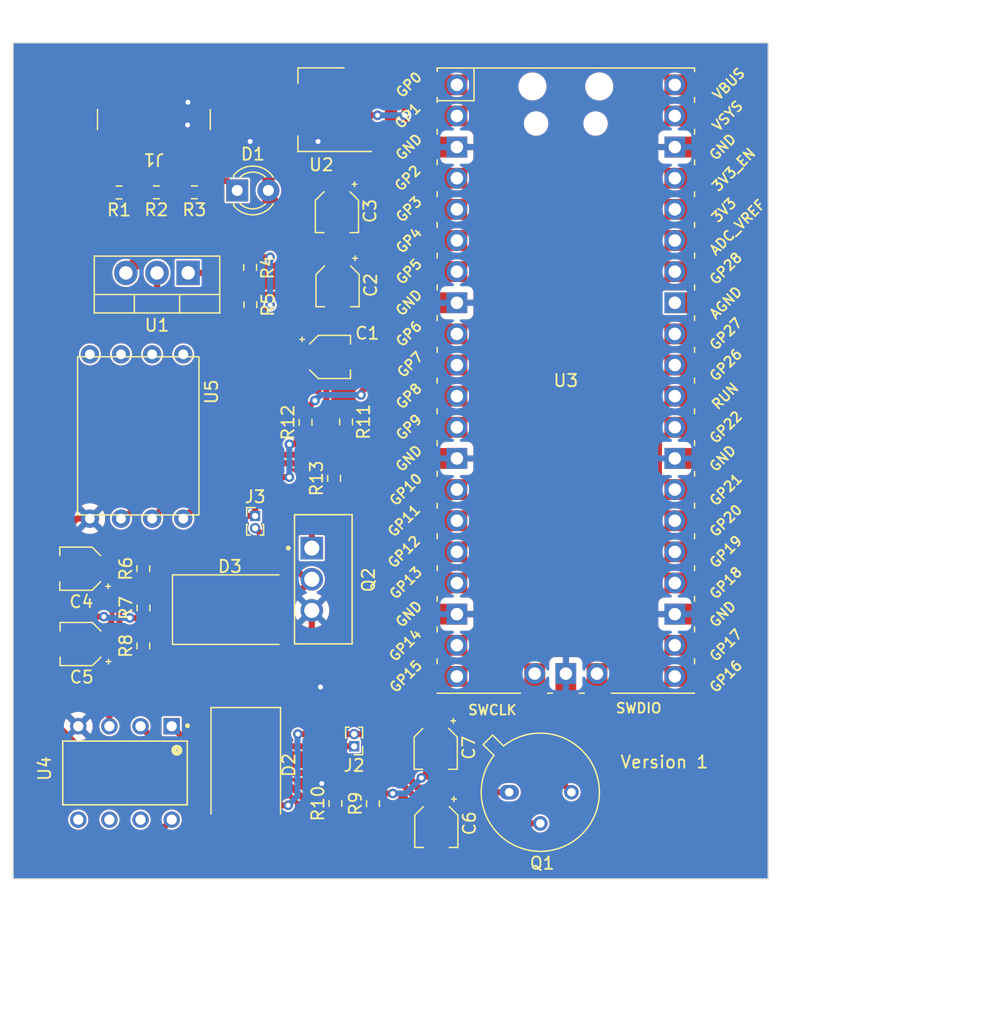
<source format=kicad_pcb>
(kicad_pcb (version 20221018) (generator pcbnew)
  (layers (0 "F.Cu" signal) (31 "B.Cu" signal) (34 "B.Paste" user) (35 "F.Paste" user) (36 "B.SilkS" user "B.Silkscreen") (37 "F.SilkS" user "F.Silkscreen") (38 "B.Mask" user) (39 "F.Mask" user) (44 "Edge.Cuts" user))
  (net 0 "")
  (net 1 "Net-(U1-ADJ)")
  (net 2 "+3V3")
  (net 3 "+5V")
  (net 4 "GND")
  (net 5 "VDD")
  (net 6 "Net-(U4A-+)")
  (net 7 "Net-(Q1-B)")
  (net 8 "Net-(U4A--)")
  (net 15 "/SDA")
  (net 16 "/SCL")
  (net 18 "/Valve")
  (net 33 "/Pump")
  (net 44 "Net-(Q1-E)")
  (net 45 "Net-(D1-K)")
  (net 46 "Net-(D3-A)")
  (net 47 "Net-(J1-CC1)")
  (net 48 "Net-(J1-CC2)")
  (net 49 "Net-(D2-A)")
  (net 50 "Net-(Q2-G)")
  (net 52 "Net-(C4-Pad1)")
  (net 53 "Net-(C4-Pad2)")
  (footprint "Connector_PinHeader_1.00mm:PinHeader_1x02_P1.00mm_Vertical" (layer "F.Cu") (at 166.744422 113.392445)
    (fp_text reference "J3")
    (fp_text value "Pumpe")
  )
  (footprint "Diode_SMD:D_3220_8050Metric" (layer "F.Cu") (at 164.687222 121.035045)
    (fp_text reference "D3")
    (fp_text value "1N4001")
  )
  (footprint "Capacitor_SMD:CP_Elec_3x5.3" (layer "F.Cu") (at 172.762822 100.422445)
    (fp_text reference "C1")
    (fp_text value "C_Polarized")
  )
  (footprint "Capacitor_SMD:CP_Elec_3x5.3" (layer "F.Cu") (at 173.470022 94.564845 -90)
    (fp_text reference "C2")
    (fp_text value "10u")
  )
  (footprint "IRLZ44N:TO254P1054X469X1930-3" (layer "F.Cu") (at 172.307222 118.558045 -90)
    (fp_text reference "Q2")
    (fp_text value "IRLIZ44N")
  )
  (footprint "NJM4560D:DIP762W46P254L880H425Q8" (layer "F.Cu") (at 156.127222 134.356845 -90)
    (fp_text reference "U4")
    (fp_text value "NJM4560")
  )
  (footprint "Resistor_SMD:R_0603_1608Metric" (layer "F.Cu") (at 155.639222 87.006645 180)
    (fp_text reference "R1")
    (fp_text value "5.1k")
  )
  (footprint "Capacitor_SMD:CP_Elec_3x5.3" (layer "F.Cu") (at 181.527222 138.674845 -90)
    (fp_text reference "C6")
    (fp_text value "100n" hide)
  )
  (footprint "Resistor_SMD:R_0603_1608Metric" (layer "F.Cu") (at 173.297622 136.846045 90)
    (fp_text reference "R10")
    (fp_text value "10")
  )
  (footprint "Capacitor_SMD:CP_Elec_3x5.3" (layer "F.Cu") (at 173.419222 88.519645 -90)
    (fp_text reference "C3")
    (fp_text value "10u")
  )
  (footprint "Resistor_SMD:R_0603_1608Metric" (layer "F.Cu") (at 176.357822 136.858945 90)
    (fp_text reference "R9")
    (fp_text value "100k" hide)
  )
  (footprint "Resistor_SMD:R_0603_1608Metric" (layer "F.Cu") (at 161.786022 86.994445 180)
    (fp_text reference "R3")
    (fp_text value "2.5k")
  )
  (footprint "Resistor_SMD:R_0603_1608Metric" (layer "F.Cu") (at 173.183822 110.328445 90)
    (fp_text reference "R13")
    (fp_text value "1.2k")
  )
  (footprint "Resistor_SMD:R_0603_1608Metric" (layer "F.Cu") (at 170.859222 105.768645 90)
    (fp_text reference "R12")
    (fp_text value "4.7k")
  )
  (footprint "Capacitor_SMD:CP_Elec_3x5.3" (layer "F.Cu") (at 152.595222 123.841245 180)
    (fp_text reference "C5")
    (fp_text value "100n")
  )
  (footprint "Resistor_SMD:R_0603_1608Metric" (layer "F.Cu") (at 157.636622 120.894845 90)
    (fp_text reference "R7")
    (fp_text value "33k")
  )
  (footprint "Package_TO_SOT_SMD:SOT-223" (layer "F.Cu") (at 172.146022 80.250445 180)
    (fp_text reference "U2")
    (fp_text value "NCP1117-3.3_SOT223")
  )
  (footprint "MCU_RaspberryPi_and_Boards:RPi_Pico_SMD_TH" (layer "F.Cu") (at 192.093622 102.352845)
    (fp_text reference "U3")
    (fp_text value "Pico")
  )
  (footprint "Resistor_SMD:R_0603_1608Metric" (layer "F.Cu") (at 157.624422 123.993645 90)
    (fp_text reference "R8")
    (fp_text value "100k")
  )
  (footprint "Resistor_SMD:R_0603_1608Metric" (layer "F.Cu") (at 158.687222 86.994445 180)
    (fp_text reference "R2")
    (fp_text value "5.1k")
  )
  (footprint "Package_TO_SOT_THT:TO-220-3_Vertical" (layer "F.Cu") (at 161.278022 93.566245 180)
    (fp_text reference "U1")
    (fp_text value "LM317_TO-220")
  )
  (footprint "Resistor_SMD:R_0603_1608Metric" (layer "F.Cu") (at 166.338022 93.119445 -90)
    (fp_text reference "R4")
    (fp_text value "820")
  )
  (footprint "Package_TO_SOT_THT:TO-39-3" (layer "F.Cu") (at 187.470822 135.931645)
    (fp_text reference "Q1")
    (fp_text value "2N2219")
  )
  (footprint "Resistor_SMD:R_0603_1608Metric" (layer "F.Cu") (at 157.624422 117.694445 90)
    (fp_text reference "R6")
    (fp_text value "100k")
  )
  (footprint "Capacitor_SMD:CP_Elec_3x5.3" (layer "F.Cu") (at 152.568422 117.694445 180)
    (fp_text reference "C4")
    (fp_text value "1u")
  )
  (footprint "Capacitor_SMD:CP_Elec_3x5.3" (layer "F.Cu") (at 181.476422 132.298045 -90)
    (fp_text reference "C7")
    (fp_text value "100n")
  )
  (footprint "Resistor_SMD:R_0603_1608Metric" (layer "F.Cu") (at 174.161222 105.717845 -90)
    (fp_text reference "R11")
    (fp_text value "4.7k")
  )
  (footprint "Connector_USB:USB_C_Receptacle_GCT_USB4135-GF-A_6P_TopMnt_Horizontal" (layer "F.Cu") (at 158.484022 79.831645 180)
    (fp_text reference "J1")
    (fp_text value "USB_C_Receptacle_PowerOnly_6P")
  )
  (footprint "Connector_PinHeader_1.00mm:PinHeader_1x02_P1.00mm_Vertical" (layer "F.Cu") (at 174.821622 132.185345 180)
    (fp_text reference "J2")
    (fp_text value "Valve")
  )
  (footprint "Resistor_SMD:R_0603_1608Metric" (layer "F.Cu") (at 166.358022 96.162645 -90)
    (fp_text reference "R5")
    (fp_text value "510")
  )
  (footprint "LED_THT:LED_D3.0mm_FlatTop" (layer "F.Cu") (at 165.286222 86.840445)
    (fp_text reference "D1")
    (fp_text value "LED")
  )
  (footprint "MedVet_FP:AMS_6915_FP" (layer "F.Cu") (at 155.162022 109.210845 90)
    (fp_text reference "U5")
    (fp_text value "AMS6915")
  )
  (footprint "Diode_SMD:D_3220_8050Metric" (layer "F.Cu") (at 165.982422 133.709345 -90)
    (fp_text reference "D2")
    (fp_text value "1N4001")
  )
  (gr_rect (start 147 74.8) (end 208.6 143) (stroke (width 0.1)) (fill none) (layer "Edge.Cuts"))
  (gr_text "Version 1" (at 196.462422 134.052045) (layer "F.SilkS") (effects (font (size 1 1)) (justify left bottom)))
  (segment (start 164.204422 93.564445) (end 165.068022 93.564445) (width 0.5) (layer "F.Cu") (net 1))
  (segment (start 164.202622 93.566245) (end 164.204422 93.564445) (width 0.5) (layer "F.Cu") (net 1))
  (segment (start 161.278022 93.566245) (end 164.202622 93.566245) (width 0.5) (layer "F.Cu") (net 1))
  (segment (start 167.963622 96.187145) (end 167.163122 96.987645) (width 0.5) (layer "F.Cu") (net 1))
  (segment (start 165.068022 93.564445) (end 166.338022 92.294445) (width 0.5) (layer "F.Cu") (net 1))
  (segment (start 166.338022 92.294445) (end 167.963622 92.294445) (width 0.5) (layer "F.Cu") (net 1))
  (segment (start 167.163122 96.987645) (end 166.358022 96.987645) (width 0.5) (layer "F.Cu") (net 1))
  (via (at 167.963622 92.294445) (size 0.8) (drill 0.4) (layers "F.Cu" "B.Cu") (net 1))
  (via (at 167.963622 96.187145) (size 0.8) (drill 0.4) (layers "F.Cu" "B.Cu") (net 1))
  (segment (start 167.963622 96.187145) (end 167.963622 92.294445) (width 0.5) (layer "B.Cu") (net 1))
  (segment (start 169.423922 132.185345) (end 161.499722 124.261145) (width 0.5) (layer "F.Cu") (net 2))
  (segment (start 165.819422 113.392445) (end 161.499722 117.712145) (width 0.5) (layer "F.Cu") (net 2))
  (segment (start 169.538422 110.226845) (end 167.201622 110.226845) (width 0.5) (layer "F.Cu") (net 2))
  (segment (start 168.974822 95.337645) (end 171.262822 97.625645) (width 0.5) (layer "F.Cu") (net 2))
  (segment (start 166.744422 113.392445) (end 165.819422 113.392445) (width 0.5) (layer "F.Cu") (net 2))
  (segment (start 171.784222 105.668645) (end 170.859222 106.593645) (width 0.5) (layer "F.Cu") (net 2))
  (segment (start 172.560022 104.892845) (end 171.784222 105.668645) (width 0.5) (layer "F.Cu") (net 2))
  (segment (start 174.821622 132.185345) (end 169.423922 132.185345) (width 0.5) (layer "F.Cu") (net 2))
  (segment (start 159.104422 95.337645) (end 166.358022 95.337645) (width 0.5) (layer "F.Cu") (net 2))
  (segment (start 169.904322 107.548545) (end 170.859222 106.593645) (width 0.5) (layer "F.Cu") (net 2))
  (segment (start 156.045222 113.610845) (end 169.233622 100.422445) (width 0.5) (layer "F.Cu") (net 2))
  (segment (start 161.499722 117.712145) (end 161.499722 121.035045) (width 0.5) (layer "F.Cu") (net 2))
  (segment (start 174.161222 104.892845) (end 172.560022 104.892845) (width 0.5) (layer "F.Cu") (net 2))
  (segment (start 171.262822 100.422445) (end 172.560022 101.719645) (width 0.5) (layer "F.Cu") (net 2))
  (segment (start 169.233622 100.422445) (end 171.262822 100.422445) (width 0.5) (layer "F.Cu") (net 2))
  (segment (start 155.802022 113.610845) (end 156.045222 113.610845) (width 0.5) (layer "F.Cu") (net 2))
  (segment (start 167.201622 110.226845) (end 166.744422 110.684045) (width 0.5) (layer "F.Cu") (net 2))
  (segment (start 161.499722 124.261145) (end 161.499722 121.035045) (width 0.5) (layer "F.Cu") (net 2))
  (segment (start 158.738022 93.566245) (end 158.738022 94.971245) (width 0.5) (layer "F.Cu") (net 2))
  (segment (start 166.744422 110.684045) (end 166.744422 113.392445) (width 0.5) (layer "F.Cu") (net 2))
  (segment (start 169.538422 107.548545) (end 169.904322 107.548545) (width 0.5) (layer "F.Cu") (net 2))
  (segment (start 171.262822 97.625645) (end 171.262822 100.422445) (width 0.5) (layer "F.Cu") (net 2))
  (segment (start 158.738022 94.971245) (end 159.104422 95.337645) (width 0.5) (layer "F.Cu") (net 2))
  (segment (start 166.358022 95.337645) (end 168.974822 95.337645) (width 0.5) (layer "F.Cu") (net 2))
  (segment (start 172.560022 101.719645) (end 172.560022 104.892845) (width 0.5) (layer "F.Cu") (net 2))
  (via (at 169.538422 107.548545) (size 0.8) (drill 0.4) (layers "F.Cu" "B.Cu") (net 2))
  (via (at 169.538422 110.226845) (size 0.8) (drill 0.4) (layers "F.Cu" "B.Cu") (net 2))
  (segment (start 169.538422 110.226845) (end 169.538422 107.548545) (width 0.5) (layer "B.Cu") (net 2))
  (segment (start 167.826222 86.840445) (end 167.826222 85.567653) (width 1) (layer "F.Cu") (net 3))
  (segment (start 167.826222 86.840445) (end 167.826222 88.113237) (width 1) (layer "F.Cu") (net 3))
  (segment (start 160.034022 83.704445) (end 160.034022 82.071859) (width 1) (layer "F.Cu") (net 3))
  (segment (start 157.441736 81.564145) (end 156.934022 82.071859) (width 1) (layer "F.Cu") (net 3))
  (segment (start 176.886022 77.950445) (end 175.296022 77.950445) (width 1) (layer "F.Cu") (net 3))
  (segment (start 159.526308 81.564145) (end 157.441736 81.564145) (width 1) (layer "F.Cu") (net 3))
  (segment (start 157.898022 91.866245) (end 156.198022 93.566245) (width 1) (layer "F.Cu") (net 3))
  (segment (start 160.513722 84.184145) (end 160.034022 83.704445) (width 1) (layer "F.Cu") (net 3))
  (segment (start 177.836422 78.900845) (end 176.886022 77.950445) (width 1) (layer "F.Cu") (net 3))
  (segment (start 164.073214 91.866245) (end 157.898022 91.866245) (width 1) (layer "F.Cu") (net 3))
  (segment (start 167.826222 87.421045) (end 173.470022 93.064845) (width 1) (layer "F.Cu") (net 3))
  (segment (start 166.442714 84.184145) (end 176.812322 84.184145) (width 1) (layer "F.Cu") (net 3))
  (segment (start 167.826222 86.840445) (end 167.826222 87.421045) (width 1) (layer "F.Cu") (net 3))
  (segment (start 166.442714 84.184145) (end 160.513722 84.184145) (width 1) (layer "F.Cu") (net 3))
  (segment (start 176.812322 84.184145) (end 177.836422 83.160045) (width 1) (layer "F.Cu") (net 3))
  (segment (start 177.836422 83.160045) (end 177.836422 78.900845) (width 1) (layer "F.Cu") (net 3))
  (segment (start 167.826222 88.113237) (end 164.073214 91.866245) (width 1) (layer "F.Cu") (net 3))
  (segment (start 160.034022 82.071859) (end 159.526308 81.564145) (width 1) (layer "F.Cu") (net 3))
  (segment (start 167.826222 85.567653) (end 166.442714 84.184145) (width 1) (layer "F.Cu") (net 3))
  (segment (start 161.234022 82.864145) (end 161.234022 81.500845) (width 0.5) (layer "F.Cu") (net 4))
  (segment (start 155.734022 84.565978) (end 155.7 84.6) (width 0.5) (layer "F.Cu") (net 4))
  (segment (start 161.207222 81.474045) (end 161.234022 81.500845) (width 0.5) (layer "F.Cu") (net 4))
  (segment (start 153.262022 113.610845) (end 152.201362 113.610845) (width 0.5) (layer "F.Cu") (net 4))
  (segment (start 172.180022 136.553445) (end 173.297622 137.671045) (width 0.5) (layer "F.Cu") (net 4))
  (segment (start 183.203622 121.402845) (end 181.679622 121.402845) (width 0.5) (layer "F.Cu") (net 4))
  (segment (start 175.000822 82.845645) (end 175.296022 82.550445) (width 0.5) (layer "F.Cu") (net 4))
  (segment (start 149.472422 116.339785) (end 149.472422 127.702045) (width 0.5) (layer "F.Cu") (net 4))
  (segment (start 171.367222 126.635245) (end 172.078422 127.346445) (width 0.5) (layer "F.Cu") (net 4))
  (segment (start 200.983622 108.702845) (end 205.352422 108.702845) (width 0.5) (layer "F.Cu") (net 4))
  (segment (start 163.192922 79.645245) (end 163.609022 79.229145) (width 0.5) (layer "F.Cu") (net 4))
  (segment (start 149.472422 127.702045) (end 152.317222 130.546845) (width 0.5) (layer "F.Cu") (net 4))
  (segment (start 183.203622 121.402845) (end 185.794422 121.402845) (width 0.5) (layer "F.Cu") (net 4))
  (segment (start 166.301522 82.809145) (end 166.338022 82.845645) (width 0.5) (layer "F.Cu") (net 4))
  (segment (start 163.609022 82.809145) (end 166.301522 82.809145) (width 0.5) (layer "F.Cu") (net 4))
  (segment (start 171.367222 121.098045) (end 171.367222 126.635245) (width 0.5) (layer "F.Cu") (net 4))
  (segment (start 155.734022 82.864145) (end 155.734022 84.565978) (width 0.5) (layer "F.Cu") (net 4))
  (segment (start 166.338022 93.944445) (end 167.837622 93.944445) (width 0.5) (layer "F.Cu") (net 4))
  (segment (start 172.180022 135.220445) (end 172.180022 136.553445) (width 0.5) (layer "F.Cu") (net 4))
  (segment (start 171.875222 82.845645) (end 175.000822 82.845645) (width 0.5) (layer "F.Cu") (net 4))
  (segment (start 152.201362 113.610845) (end 149.472422 116.339785) (width 0.5) (layer "F.Cu") (net 4))
  (segment (start 161.258022 79.645245) (end 163.192922 79.645245) (width 0.5) (layer "F.Cu") (net 4))
  (segment (start 205.352422 108.702845) (end 205.606422 108.448845) (width 0.5) (layer "F.Cu") (net 4))
  (segment (start 167.837622 93.944445) (end 167.912822 93.869245) (width 0.5) (layer "F.Cu") (net 4))
  (segment (start 181.679622 121.402845) (end 181.628822 121.352045) (width 0.5) (layer "F.Cu") (net 4))
  (via (at 171.875222 82.845645) (size 0.8) (drill 0.4) (layers "F.Cu" "B.Cu") (net 4))
  (via (at 161.234022 81.500845) (size 0.8) (drill 0.4) (layers "F.Cu" "B.Cu") (net 4))
  (via (at 166.338022 82.845645) (size 0.8) (drill 0.4) (layers "F.Cu" "B.Cu") (net 4))
  (via (at 172.078422 127.346445) (size 0.8) (drill 0.4) (layers "F.Cu" "B.Cu") (net 4))
  (via (at 161.258022 79.645245) (size 0.8) (drill 0.4) (layers "F.Cu" "B.Cu") (net 4))
  (via (at 172.180022 135.220445) (size 0.8) (drill 0.4) (layers "F.Cu" "B.Cu") (net 4))
  (segment (start 161.234022 79.669245) (end 161.258022 79.645245) (width 0.5) (layer "B.Cu") (net 4))
  (segment (start 172.078422 135.118845) (end 172.180022 135.220445) (width 0.5) (layer "B.Cu") (net 4))
  (segment (start 161.234022 81.500845) (end 161.234022 79.669245) (width 0.5) (layer "B.Cu") (net 4))
  (segment (start 172.078422 127.346445) (end 172.078422 135.118845) (width 0.5) (layer "B.Cu") (net 4))
  (segment (start 166.338022 82.845645) (end 171.875222 82.845645) (width 0.5) (layer "B.Cu") (net 4))
  (segment (start 165.699222 80.614145) (end 168.319222 83.234145) (width 0.5) (layer "F.Cu") (net 5))
  (segment (start 156.931645 139.290845) (end 156.273222 138.632422) (width 0.5) (layer "F.Cu") (net 5))
  (segment (start 148.772422 89.650525) (end 154.884022 83.538925) (width 0.5) (layer "F.Cu") (net 5))
  (segment (start 175.757622 80.712045) (end 175.296022 80.250445) (width 0.5) (layer "F.Cu") (net 5))
  (segment (start 176.736922 80.712045) (end 175.757622 80.712045) (width 0.5) (layer "F.Cu") (net 5))
  (segment (start 154.884022 82.189365) (end 156.459242 80.614145) (width 0.5) (layer "F.Cu") (net 5))
  (segment (start 148.772422 128.631645) (end 148.772422 89.650525) (width 0.5) (layer "F.Cu") (net 5))
  (segment (start 173.846022 79.180545) (end 173.846022 76.750445) (width 0.5) (layer "F.Cu") (net 5))
  (segment (start 156.273222 136.132445) (end 148.772422 128.631645) (width 0.5) (layer "F.Cu") (net 5))
  (segment (start 168.319222 83.234145) (end 169.792422 83.234145) (width 0.5) (layer "F.Cu") (net 5))
  (segment (start 173.419222 87.019645) (end 175.320324 87.019645) (width 0.5) (layer "F.Cu") (net 5))
  (segment (start 156.459242 80.614145) (end 165.699222 80.614145) (width 0.5) (layer "F.Cu") (net 5))
  (segment (start 156.273222 138.632422) (end 156.273222 136.132445) (width 0.5) (layer "F.Cu") (net 5))
  (segment (start 159.937222 138.166845) (end 158.813222 139.290845) (width 0.5) (layer "F.Cu") (net 5))
  (segment (start 175.320324 87.019645) (end 178.936422 83.403547) (width 0.5) (layer "F.Cu") (net 5))
  (segment (start 173.846022 76.750445) (end 177.029525 76.750445) (width 0.5) (layer "F.Cu") (net 5))
  (segment (start 177.029525 76.750445) (end 178.936422 78.657342) (width 0.5) (layer "F.Cu") (net 5))
  (segment (start 158.813222 139.290845) (end 156.931645 139.290845) (width 0.5) (layer "F.Cu") (net 5))
  (segment (start 178.936422 78.657342) (end 178.936422 80.712045) (width 0.5) (layer "F.Cu") (net 5))
  (segment (start 154.884022 83.538925) (end 154.884022 82.189365) (width 0.5) (layer "F.Cu") (net 5))
  (segment (start 169.792422 83.234145) (end 173.846022 79.180545) (width 0.5) (layer "F.Cu") (net 5))
  (segment (start 178.936422 83.403547) (end 178.936422 80.712045) (width 0.5) (layer "F.Cu") (net 5))
  (via (at 178.936422 80.712045) (size 0.8) (drill 0.4) (layers "F.Cu" "B.Cu") (net 5))
  (via (at 176.736922 80.712045) (size 0.8) (drill 0.4) (layers "F.Cu" "B.Cu") (net 5))
  (segment (start 178.936422 80.712045) (end 176.736922 80.712045) (width 0.5) (layer "B.Cu") (net 5))
  (segment (start 154.857222 124.603245) (end 154.095222 123.841245) (width 0.5) (layer "F.Cu") (net 6))
  (segment (start 158.549422 124.093645) (end 157.624422 123.168645) (width 0.5) (layer "F.Cu") (net 6))
  (segment (start 158.549422 125.293425) (end 158.549422 124.093645) (width 0.5) (layer "F.Cu") (net 6))
  (segment (start 155.922622 125.668645) (end 158.174202 125.668645) (width 0.5) (layer "F.Cu") (net 6))
  (segment (start 154.095222 123.841245) (end 155.922622 125.668645) (width 0.5) (layer "F.Cu") (net 6))
  (segment (start 154.857222 130.546845) (end 154.857222 124.603245) (width 0.5) (layer "F.Cu") (net 6))
  (segment (start 158.174202 125.668645) (end 158.549422 125.293425) (width 0.5) (layer "F.Cu") (net 6))
  (segment (start 190.010822 138.471645) (end 182.824022 138.471645) (width 0.5) (layer "F.Cu") (net 7))
  (segment (start 180.636822 137.174845) (end 177.818822 134.356845) (width 0.5) (layer "F.Cu") (net 7))
  (segment (start 182.824022 138.471645) (end 181.527222 137.174845) (width 0.5) (layer "F.Cu") (net 7))
  (segment (start 181.043122 137.658945) (end 181.527222 137.174845) (width 0.25) (layer "F.Cu") (net 7))
  (segment (start 181.527222 137.174845) (end 180.636822 137.174845) (width 0.5) (layer "F.Cu") (net 7))
  (segment (start 163.747222 134.356845) (end 159.937222 130.546845) (width 0.5) (layer "F.Cu") (net 7))
  (segment (start 177.818822 134.356845) (end 163.747222 134.356845) (width 0.5) (layer "F.Cu") (net 7))
  (segment (start 157.397222 130.496045) (end 157.448022 130.445245) (width 0.5) (layer "F.Cu") (net 8))
  (segment (start 157.397222 130.546845) (end 162.059722 135.209345) (width 0.5) (layer "F.Cu") (net 8))
  (segment (start 179.036322 137.683945) (end 181.527222 140.174845) (width 0.5) (layer "F.Cu") (net 8))
  (segment (start 169.436142 135.209345) (end 172.747842 138.521045) (width 0.5) (layer "F.Cu") (net 8))
  (segment (start 157.397222 130.546845) (end 157.397222 130.496045) (width 0.5) (layer "F.Cu") (net 8))
  (segment (start 172.747842 138.521045) (end 175.520722 138.521045) (width 0.5) (layer "F.Cu") (net 8))
  (segment (start 175.520722 138.521045) (end 176.357822 137.683945) (width 0.5) (layer "F.Cu") (net 8))
  (segment (start 176.357822 137.683945) (end 179.036322 137.683945) (width 0.5) (layer "F.Cu") (net 8))
  (segment (start 162.059722 135.209345) (end 169.436142 135.209345) (width 0.5) (layer "F.Cu") (net 8))
  (segment (start 158.342022 113.610845) (end 164.254822 107.698045) (width 0.5) (layer "F.Cu") (net 15))
  (segment (start 180.155622 98.542845) (end 183.203622 98.542845) (width 0.5) (layer "F.Cu") (net 15))
  (segment (start 164.254822 107.698045) (end 168.104822 107.698045) (width 0.5) (layer "F.Cu") (net 15))
  (segment (start 168.104822 107.698045) (end 170.859222 104.943645) (width 0.5) (layer "F.Cu") (net 15))
  (segment (start 170.859222 104.943645) (end 170.859222 104.740445) (width 0.5) (layer "F.Cu") (net 15))
  (segment (start 175.380422 103.318045) (end 175.380422 103.521245) (width 0.5) (layer "F.Cu") (net 15))
  (segment (start 170.859222 104.740445) (end 171.621222 103.978445) (width 0.5) (layer "F.Cu") (net 15))
  (segment (start 180.155622 98.542845) (end 175.380422 103.318045) (width 0.5) (layer "F.Cu") (net 15))
  (via (at 175.380422 103.521245) (size 0.8) (drill 0.4) (layers "F.Cu" "B.Cu") (net 15))
  (via (at 171.621222 103.978445) (size 0.8) (drill 0.4) (layers "F.Cu" "B.Cu") (net 15))
  (segment (start 172.078422 103.521245) (end 175.380422 103.521245) (width 0.5) (layer "B.Cu") (net 15))
  (segment (start 171.621222 103.978445) (end 172.078422 103.521245) (width 0.5) (layer "B.Cu") (net 15))
  (segment (start 160.882022 113.610845) (end 166.094822 108.398045) (width 0.5) (layer "F.Cu") (net 16))
  (segment (start 170.656022 108.398045) (end 172.511222 106.542845) (width 0.5) (layer "F.Cu") (net 16))
  (segment (start 166.094822 108.398045) (end 170.656022 108.398045) (width 0.5) (layer "F.Cu") (net 16))
  (segment (start 179.621222 101.082845) (end 174.161222 106.542845) (width 0.5) (layer "F.Cu") (net 16))
  (segment (start 183.203622 101.082845) (end 179.621222 101.082845) (width 0.5) (layer "F.Cu") (net 16))
  (segment (start 172.511222 106.542845) (end 174.161222 106.542845) (width 0.5) (layer "F.Cu") (net 16))
  (segment (start 173.733602 108.653445) (end 171.390572 108.653445) (width 0.5) (layer "F.Cu") (net 18))
  (segment (start 162.082022 114.107902) (end 161.379079 114.810845) (width 0.5) (layer "F.Cu") (net 18))
  (segment (start 167.045822 109.098045) (end 162.082022 114.061845) (width 0.5) (layer "F.Cu") (net 18))
  (segment (start 170.945971 109.098045) (end 167.045822 109.098045) (width 0.5) (layer "F.Cu") (net 18))
  (segment (start 161.333022 114.810845) (end 157.624422 118.519445) (width 0.5) (layer "F.Cu") (net 18))
  (segment (start 162.082022 114.061845) (end 162.082022 114.107902) (width 0.5) (layer "F.Cu") (net 18))
  (segment (start 171.390572 108.653445) (end 170.945971 109.098045) (width 0.5) (layer "F.Cu") (net 18))
  (segment (start 161.379079 114.810845) (end 161.333022 114.810845) (width 0.5) (layer "F.Cu") (net 18))
  (segment (start 176.224202 106.162845) (end 173.733602 108.653445) (width 0.5) (layer "F.Cu") (net 18))
  (segment (start 183.203622 106.162845) (end 176.224202 106.162845) (width 0.5) (layer "F.Cu") (net 18))
  (segment (start 184.443622 127.782845) (end 199.683622 112.542845) (width 0.5) (layer "F.Cu") (net 33))
  (segment (start 180.103622 116.423245) (end 180.103622 127.782845) (width 0.5) (layer "F.Cu") (net 33))
  (segment (start 180.103622 127.782845) (end 184.443622 127.782845) (width 0.5) (layer "F.Cu") (net 33))
  (segment (start 199.683622 112.542845) (end 199.683622 102.382845) (width 0.5) (layer "F.Cu") (net 33))
  (segment (start 173.183822 109.503445) (end 180.103622 116.423245) (width 0.5) (layer "F.Cu") (net 33))
  (segment (start 199.683622 102.382845) (end 200.983622 101.082845) (width 0.5) (layer "F.Cu") (net 33))
  (segment (start 173.297622 136.021045) (end 176.344922 136.021045) (width 0.5) (layer "F.Cu") (net 44))
  (segment (start 181.185722 133.507345) (end 181.476422 133.798045) (width 0.5) (layer "F.Cu") (net 44))
  (segment (start 176.344922 136.021045) (end 176.357822 136.033945) (width 0.5) (layer "F.Cu") (net 44))
  (segment (start 176.357822 136.033945) (end 177.970522 136.033945) (width 0.5) (layer "F.Cu") (net 44))
  (segment (start 177.970522 136.033945) (end 177.971222 136.033245) (width 0.5) (layer "F.Cu") (net 44))
  (segment (start 183.610022 135.931645) (end 181.476422 133.798045) (width 0.5) (layer "F.Cu") (net 44))
  (segment (start 181.476422 133.798045) (end 181.273222 133.798045) (width 0.5) (layer "F.Cu") (net 44))
  (segment (start 180.31251 134.758757) (end 180.460422 134.610845) (width 0.5) (layer "F.Cu") (net 44))
  (segment (start 181.273222 133.798045) (end 180.31251 134.758757) (width 0.5) (layer "F.Cu") (net 44))
  (segment (start 187.470822 135.931645) (end 183.610022 135.931645) (width 0.5) (layer "F.Cu") (net 44))
  (via (at 177.971222 136.033245) (size 0.8) (drill 0.4) (layers "F.Cu" "B.Cu") (net 44))
  (via (at 180.31251 134.758757) (size 0.8) (drill 0.4) (layers "F.Cu" "B.Cu") (net 44))
  (segment (start 177.971222 136.033245) (end 179.038022 136.033245) (width 0.5) (layer "B.Cu") (net 44))
  (segment (start 179.038022 136.033245) (end 180.31251 134.758757) (width 0.5) (layer "B.Cu") (net 44))
  (segment (start 164.515222 86.069445) (end 165.286222 86.840445) (width 0.5) (layer "F.Cu") (net 45))
  (segment (start 161.886022 86.069445) (end 164.515222 86.069445) (width 0.5) (layer "F.Cu") (net 45))
  (segment (start 160.961022 86.994445) (end 161.886022 86.069445) (width 0.5) (layer "F.Cu") (net 45))
  (segment (start 166.744422 114.392445) (end 170.910022 118.558045) (width 0.5) (layer "F.Cu") (net 46))
  (segment (start 167.874722 121.035045) (end 168.890222 121.035045) (width 0.5) (layer "F.Cu") (net 46))
  (segment (start 170.910022 118.558045) (end 171.367222 118.558045) (width 0.5) (layer "F.Cu") (net 46))
  (segment (start 168.890222 121.035045) (end 171.367222 118.558045) (width 0.5) (layer "F.Cu") (net 46))
  (segment (start 158.984022 83.997947) (end 159.512222 84.526147) (width 0.5) (layer "F.Cu") (net 47))
  (segment (start 158.984022 82.864145) (end 158.984022 83.997947) (width 0.5) (layer "F.Cu") (net 47))
  (segment (start 159.512222 84.526147) (end 159.512222 86.994445) (width 0.5) (layer "F.Cu") (net 47))
  (segment (start 156.464222 85.505845) (end 156.464222 87.006645) (width 0.5) (layer "F.Cu") (net 48))
  (segment (start 157.984022 83.986045) (end 156.464222 85.505845) (width 0.5) (layer "F.Cu") (net 48))
  (segment (start 157.984022 82.864145) (end 157.984022 83.986045) (width 0.5) (layer "F.Cu") (net 48))
  (segment (start 170.148022 131.105645) (end 170.227722 131.185345) (width 0.5) (layer "F.Cu") (net 49))
  (segment (start 174.821622 131.185345) (end 170.227722 131.185345) (width 0.5) (layer "F.Cu") (net 49))
  (segment (start 166.490422 136.998445) (end 166.388822 136.896845) (width 0.5) (layer "F.Cu") (net 49))
  (segment (start 166.388822 136.896845) (end 165.982422 136.896845) (width 0.5) (layer "F.Cu") (net 49))
  (segment (start 174.821622 131.185345) (end 181.089122 131.185345) (width 0.5) (layer "F.Cu") (net 49))
  (segment (start 192.550822 135.931645) (end 187.417222 130.798045) (width 0.5) (layer "F.Cu") (net 49))
  (segment (start 187.417222 130.798045) (end 181.476422 130.798045) (width 0.5) (layer "F.Cu") (net 49))
  (segment (start 181.089122 131.185345) (end 181.476422 130.798045) (width 0.5) (layer "F.Cu") (net 49))
  (segment (start 169.436822 136.998445) (end 166.490422 136.998445) (width 0.5) (layer "F.Cu") (net 49))
  (via (at 169.436822 136.998445) (size 0.8) (drill 0.4) (layers "F.Cu" "B.Cu") (net 49))
  (via (at 170.227722 131.185345) (size 0.8) (drill 0.4) (layers "F.Cu" "B.Cu") (net 49))
  (segment (start 170.198822 131.214245) (end 170.227722 131.185345) (width 0.5) (layer "B.Cu") (net 49))
  (segment (start 169.436822 136.998445) (end 170.198822 136.236445) (width 0.5) (layer "B.Cu") (net 49))
  (segment (start 170.198822 136.236445) (end 170.198822 131.214245) (width 0.5) (layer "B.Cu") (net 49))
  (segment (start 173.183822 111.153445) (end 171.367222 112.970045) (width 0.5) (layer "F.Cu") (net 50))
  (segment (start 171.367222 112.970045) (end 171.367222 116.018045) (width 0.5) (layer "F.Cu") (net 50))
  (segment (start 157.636622 120.069845) (end 155.670022 120.069845) (width 0.5) (layer "F.Cu") (net 52))
  (segment (start 156.799422 117.694445) (end 157.624422 116.869445) (width 0.5) (layer "F.Cu") (net 52))
  (segment (start 156.699422 119.132645) (end 157.636622 120.069845) (width 0.5) (layer "F.Cu") (net 52))
  (segment (start 155.670022 122.864245) (end 157.624422 124.818645) (width 0.5) (layer "F.Cu") (net 52))
  (segment (start 155.670022 120.069845) (end 155.670022 122.864245) (width 0.5) (layer "F.Cu") (net 52))
  (segment (start 156.699422 117.794445) (end 156.699422 119.132645) (width 0.5) (layer "F.Cu") (net 52))
  (segment (start 154.068422 117.694445) (end 156.799422 117.694445) (width 0.5) (layer "F.Cu") (net 52))
  (segment (start 157.624422 116.869445) (end 156.699422 117.794445) (width 0.5) (layer "F.Cu") (net 52))
  (segment (start 151.068422 117.694445) (end 151.068422 123.814445) (width 0.5) (layer "F.Cu") (net 53))
  (segment (start 153.330422 121.606045) (end 154.400022 121.606045) (width 0.5) (layer "F.Cu") (net 53))
  (segment (start 156.531722 121.719845) (end 156.519522 121.707645) (width 0.5) (layer "F.Cu") (net 53))
  (segment (start 151.095222 123.841245) (end 153.330422 121.606045) (width 0.5) (layer "F.Cu") (net 53))
  (segment (start 151.068422 123.814445) (end 151.095222 123.841245) (width 0.5) (layer "F.Cu") (net 53))
  (segment (start 157.636622 121.719845) (end 156.531722 121.719845) (width 0.5) (layer "F.Cu") (net 53))
  (via (at 154.400022 121.606045) (size 0.8) (drill 0.4) (layers "F.Cu" "B.Cu") (net 53))
  (via (at 156.519522 121.707645) (size 0.8) (drill 0.4) (layers "F.Cu" "B.Cu") (net 53))
  (segment (start 154.501622 121.707645) (end 154.400022 121.606045) (width 0.5) (layer "B.Cu") (net 53))
  (segment (start 156.519522 121.707645) (end 154.501622 121.707645) (width 0.5) (layer "B.Cu") (net 53))
  (zone (net 4) (net_name "GND") (layer "F.Cu") (connect_pads (clearance 0.15)) (min_thickness 0.25) (fill yes (thermal_gap 0.5) (thermal_bridge_width 0.5))
    (polygon (pts (xy 147 143) (xy 208.6 143) (xy 208.6 74.8) (xy 147 74.8)))
  )
  (zone (net 4) (net_name "GND") (layer "B.Cu") (connect_pads (clearance 0.15)) (min_thickness 0.25) (fill yes (thermal_gap 0.5) (thermal_bridge_width 0.5))
    (polygon (pts (xy 147 143) (xy 208.6 143) (xy 208.6 74.8) (xy 147 74.8)))
  )
)
</source>
